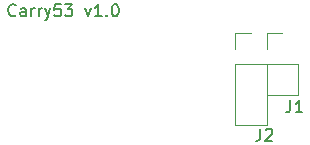
<source format=gbr>
G04 #@! TF.GenerationSoftware,KiCad,Pcbnew,(5.1.4-0-10_14)*
G04 #@! TF.CreationDate,2024-02-26T14:42:05+09:00*
G04 #@! TF.ProjectId,carry53-pcb,63617272-7935-4332-9d70-63622e6b6963,rev?*
G04 #@! TF.SameCoordinates,Original*
G04 #@! TF.FileFunction,Legend,Top*
G04 #@! TF.FilePolarity,Positive*
%FSLAX46Y46*%
G04 Gerber Fmt 4.6, Leading zero omitted, Abs format (unit mm)*
G04 Created by KiCad (PCBNEW (5.1.4-0-10_14)) date 2024-02-26 14:42:05*
%MOMM*%
%LPD*%
G04 APERTURE LIST*
%ADD10C,0.150000*%
%ADD11C,0.120000*%
G04 APERTURE END LIST*
D10*
X18879380Y-13124142D02*
X18831761Y-13171761D01*
X18688904Y-13219380D01*
X18593666Y-13219380D01*
X18450809Y-13171761D01*
X18355571Y-13076523D01*
X18307952Y-12981285D01*
X18260333Y-12790809D01*
X18260333Y-12647952D01*
X18307952Y-12457476D01*
X18355571Y-12362238D01*
X18450809Y-12267000D01*
X18593666Y-12219380D01*
X18688904Y-12219380D01*
X18831761Y-12267000D01*
X18879380Y-12314619D01*
X19736523Y-13219380D02*
X19736523Y-12695571D01*
X19688904Y-12600333D01*
X19593666Y-12552714D01*
X19403190Y-12552714D01*
X19307952Y-12600333D01*
X19736523Y-13171761D02*
X19641285Y-13219380D01*
X19403190Y-13219380D01*
X19307952Y-13171761D01*
X19260333Y-13076523D01*
X19260333Y-12981285D01*
X19307952Y-12886047D01*
X19403190Y-12838428D01*
X19641285Y-12838428D01*
X19736523Y-12790809D01*
X20212714Y-13219380D02*
X20212714Y-12552714D01*
X20212714Y-12743190D02*
X20260333Y-12647952D01*
X20307952Y-12600333D01*
X20403190Y-12552714D01*
X20498428Y-12552714D01*
X20831761Y-13219380D02*
X20831761Y-12552714D01*
X20831761Y-12743190D02*
X20879380Y-12647952D01*
X20927000Y-12600333D01*
X21022238Y-12552714D01*
X21117476Y-12552714D01*
X21355571Y-12552714D02*
X21593666Y-13219380D01*
X21831761Y-12552714D02*
X21593666Y-13219380D01*
X21498428Y-13457476D01*
X21450809Y-13505095D01*
X21355571Y-13552714D01*
X22688904Y-12219380D02*
X22212714Y-12219380D01*
X22165095Y-12695571D01*
X22212714Y-12647952D01*
X22307952Y-12600333D01*
X22546047Y-12600333D01*
X22641285Y-12647952D01*
X22688904Y-12695571D01*
X22736523Y-12790809D01*
X22736523Y-13028904D01*
X22688904Y-13124142D01*
X22641285Y-13171761D01*
X22546047Y-13219380D01*
X22307952Y-13219380D01*
X22212714Y-13171761D01*
X22165095Y-13124142D01*
X23069857Y-12219380D02*
X23688904Y-12219380D01*
X23355571Y-12600333D01*
X23498428Y-12600333D01*
X23593666Y-12647952D01*
X23641285Y-12695571D01*
X23688904Y-12790809D01*
X23688904Y-13028904D01*
X23641285Y-13124142D01*
X23593666Y-13171761D01*
X23498428Y-13219380D01*
X23212714Y-13219380D01*
X23117476Y-13171761D01*
X23069857Y-13124142D01*
X24784142Y-12552714D02*
X25022238Y-13219380D01*
X25260333Y-12552714D01*
X26165095Y-13219380D02*
X25593666Y-13219380D01*
X25879380Y-13219380D02*
X25879380Y-12219380D01*
X25784142Y-12362238D01*
X25688904Y-12457476D01*
X25593666Y-12505095D01*
X26593666Y-13124142D02*
X26641285Y-13171761D01*
X26593666Y-13219380D01*
X26546047Y-13171761D01*
X26593666Y-13124142D01*
X26593666Y-13219380D01*
X27260333Y-12219380D02*
X27355571Y-12219380D01*
X27450809Y-12267000D01*
X27498428Y-12314619D01*
X27546047Y-12409857D01*
X27593666Y-12600333D01*
X27593666Y-12838428D01*
X27546047Y-13028904D01*
X27498428Y-13124142D01*
X27450809Y-13171761D01*
X27355571Y-13219380D01*
X27260333Y-13219380D01*
X27165095Y-13171761D01*
X27117476Y-13124142D01*
X27069857Y-13028904D01*
X27022238Y-12838428D01*
X27022238Y-12600333D01*
X27069857Y-12409857D01*
X27117476Y-12314619D01*
X27165095Y-12267000D01*
X27260333Y-12219380D01*
D11*
X37472000Y-14672000D02*
X38802000Y-14672000D01*
X37472000Y-16002000D02*
X37472000Y-14672000D01*
X37472000Y-17272000D02*
X40132000Y-17272000D01*
X40132000Y-17272000D02*
X40132000Y-22412000D01*
X37472000Y-17272000D02*
X37472000Y-22412000D01*
X37472000Y-22412000D02*
X40132000Y-22412000D01*
X40139000Y-14672000D02*
X41469000Y-14672000D01*
X40139000Y-16002000D02*
X40139000Y-14672000D01*
X40139000Y-17272000D02*
X42799000Y-17272000D01*
X42799000Y-17272000D02*
X42799000Y-19872000D01*
X40139000Y-17272000D02*
X40139000Y-19872000D01*
X40139000Y-19872000D02*
X42799000Y-19872000D01*
D10*
X39611666Y-22760380D02*
X39611666Y-23474666D01*
X39564047Y-23617523D01*
X39468809Y-23712761D01*
X39325952Y-23760380D01*
X39230714Y-23760380D01*
X40040238Y-22855619D02*
X40087857Y-22808000D01*
X40183095Y-22760380D01*
X40421190Y-22760380D01*
X40516428Y-22808000D01*
X40564047Y-22855619D01*
X40611666Y-22950857D01*
X40611666Y-23046095D01*
X40564047Y-23188952D01*
X39992619Y-23760380D01*
X40611666Y-23760380D01*
X42151666Y-20347380D02*
X42151666Y-21061666D01*
X42104047Y-21204523D01*
X42008809Y-21299761D01*
X41865952Y-21347380D01*
X41770714Y-21347380D01*
X43151666Y-21347380D02*
X42580238Y-21347380D01*
X42865952Y-21347380D02*
X42865952Y-20347380D01*
X42770714Y-20490238D01*
X42675476Y-20585476D01*
X42580238Y-20633095D01*
M02*

</source>
